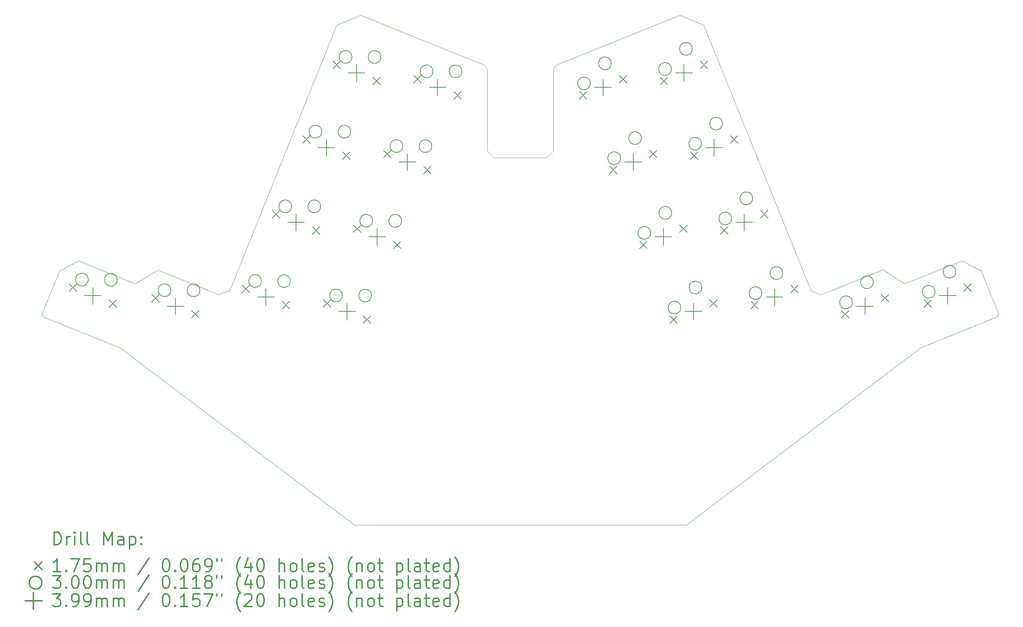
<source format=gbr>
%FSLAX45Y45*%
G04 Gerber Fmt 4.5, Leading zero omitted, Abs format (unit mm)*
G04 Created by KiCad (PCBNEW (5.1.4)-1) date 2023-05-25 13:23:47*
%MOMM*%
%LPD*%
G04 APERTURE LIST*
%ADD10C,0.050000*%
%ADD11C,0.200000*%
%ADD12C,0.300000*%
G04 APERTURE END LIST*
D10*
X7133000Y-2737000D02*
X5699000Y-2158000D01*
X5162000Y-2479000D02*
X3825000Y-1940000D01*
X22809000Y-2155000D02*
X21341000Y-2748000D01*
X24672000Y-1938000D02*
X23319000Y-2484000D01*
X11799482Y3317911D02*
X13402500Y2670000D01*
X14150000Y-8170000D02*
X14350000Y-8170000D01*
X14210000Y490000D02*
X14290000Y490000D01*
X15031587Y2580000D02*
X15097500Y2670000D01*
X14870000Y490000D02*
X15030000Y650000D01*
X14870000Y490000D02*
X14290000Y490000D01*
X15031587Y2580000D02*
X15030000Y650000D01*
X18160919Y-8171638D02*
X14350000Y-8170000D01*
X25506768Y-3262360D02*
X23698759Y-3992842D01*
X25534396Y-3197270D02*
X25506768Y-3262360D01*
X16700518Y3317911D02*
X15097500Y2670000D01*
X18160919Y-8171638D02*
X23698759Y-3992842D01*
X16700518Y3317911D02*
X18020000Y3850000D01*
X25534396Y-3197270D02*
X25122329Y-2177368D01*
X2965603Y-3197270D02*
X3377671Y-2177368D01*
X5162000Y-2479000D02*
X5699000Y-2158000D01*
X3825000Y-1940000D02*
X3377671Y-2177368D01*
X11799482Y3317911D02*
X10480000Y3850000D01*
X13630000Y490000D02*
X13470000Y650000D01*
X2993232Y-3262360D02*
X4801241Y-3992842D01*
X7390000Y-2640000D02*
X9920000Y3610000D01*
X10339081Y-8171638D02*
X4801241Y-3992842D01*
X7390000Y-2640000D02*
X7133000Y-2737000D01*
X13630000Y490000D02*
X14210000Y490000D01*
X2965603Y-3197270D02*
X2993232Y-3262360D01*
X21110000Y-2640000D02*
X21341000Y-2748000D01*
X9920000Y3610000D02*
X10480000Y3850000D01*
X13468413Y2580000D02*
X13470000Y650000D01*
X10339081Y-8171638D02*
X14150000Y-8170000D01*
X13468413Y2580000D02*
X13402500Y2670000D01*
X18580000Y3610000D02*
X18020000Y3850000D01*
X21110000Y-2640000D02*
X18580000Y3610000D01*
X23319000Y-2484000D02*
X22809000Y-2155000D01*
X24672000Y-1938000D02*
X25122329Y-2177368D01*
D11*
X23776647Y-2867840D02*
X23951647Y-3042840D01*
X23951647Y-2867840D02*
X23776647Y-3042840D01*
X24718666Y-2487240D02*
X24893666Y-2662240D01*
X24893666Y-2487240D02*
X24718666Y-2662240D01*
X11739852Y2423851D02*
X11914852Y2248851D01*
X11914852Y2423851D02*
X11739852Y2248851D01*
X12681871Y2043251D02*
X12856871Y1868251D01*
X12856871Y2043251D02*
X12681871Y1868251D01*
X10316347Y-1099448D02*
X10491347Y-1274448D01*
X10491347Y-1099448D02*
X10316347Y-1274448D01*
X11258366Y-1480048D02*
X11433366Y-1655048D01*
X11433366Y-1480048D02*
X11258366Y-1655048D01*
X7693102Y-2520218D02*
X7868102Y-2695218D01*
X7868102Y-2520218D02*
X7693102Y-2695218D01*
X8635121Y-2900818D02*
X8810121Y-3075818D01*
X8810121Y-2900818D02*
X8635121Y-3075818D01*
X17779946Y-3241448D02*
X17954946Y-3416448D01*
X17954946Y-3241448D02*
X17779946Y-3416448D01*
X18721965Y-2860848D02*
X18896965Y-3035848D01*
X18896965Y-2860848D02*
X18721965Y-3035848D01*
X19691438Y-2900569D02*
X19866438Y-3075569D01*
X19866438Y-2900569D02*
X19691438Y-3075569D01*
X20633457Y-2519969D02*
X20808457Y-2694969D01*
X20808457Y-2519969D02*
X20633457Y-2694969D01*
X21827694Y-3116001D02*
X22002694Y-3291001D01*
X22002694Y-3116001D02*
X21827694Y-3291001D01*
X22769713Y-2735401D02*
X22944713Y-2910401D01*
X22944713Y-2735401D02*
X22769713Y-2910401D01*
X17068194Y-1479799D02*
X17243194Y-1654799D01*
X17243194Y-1479799D02*
X17068194Y-1654799D01*
X18010213Y-1099199D02*
X18185213Y-1274199D01*
X18185213Y-1099199D02*
X18010213Y-1274199D01*
X11028099Y662202D02*
X11203099Y487202D01*
X11203099Y662202D02*
X11028099Y487202D01*
X11970118Y281602D02*
X12145118Y106602D01*
X12145118Y281602D02*
X11970118Y106602D01*
X9604594Y-2861097D02*
X9779594Y-3036097D01*
X9779594Y-2861097D02*
X9604594Y-3036097D01*
X10546613Y-3241697D02*
X10721613Y-3416697D01*
X10721613Y-3241697D02*
X10546613Y-3416697D01*
X17556181Y2384378D02*
X17731181Y2209378D01*
X17731181Y2384378D02*
X17556181Y2209378D01*
X18498200Y2764979D02*
X18673200Y2589979D01*
X18673200Y2764979D02*
X18498200Y2589979D01*
X15644689Y2043499D02*
X15819689Y1868499D01*
X15819689Y2043499D02*
X15644689Y1868499D01*
X16586708Y2424100D02*
X16761708Y2249100D01*
X16761708Y2424100D02*
X16586708Y2249100D01*
X16356441Y281850D02*
X16531441Y106850D01*
X16531441Y281850D02*
X16356441Y106850D01*
X17298460Y662450D02*
X17473460Y487450D01*
X17473460Y662450D02*
X17298460Y487450D01*
X8404855Y-758568D02*
X8579855Y-933568D01*
X8579855Y-758568D02*
X8404855Y-933568D01*
X9346874Y-1139169D02*
X9521874Y-1314169D01*
X9521874Y-1139169D02*
X9346874Y-1314169D01*
X18979686Y-1138920D02*
X19154686Y-1313920D01*
X19154686Y-1138920D02*
X18979686Y-1313920D01*
X19921705Y-758320D02*
X20096705Y-933320D01*
X20096705Y-758320D02*
X19921705Y-933320D01*
X3607894Y-2487489D02*
X3782894Y-2662489D01*
X3782894Y-2487489D02*
X3607894Y-2662489D01*
X4549913Y-2868089D02*
X4724913Y-3043089D01*
X4724913Y-2868089D02*
X4549913Y-3043089D01*
X9828360Y2764730D02*
X10003360Y2589730D01*
X10003360Y2764730D02*
X9828360Y2589730D01*
X10770379Y2384130D02*
X10945379Y2209130D01*
X10945379Y2384130D02*
X10770379Y2209130D01*
X18267933Y622729D02*
X18442933Y447729D01*
X18442933Y622729D02*
X18267933Y447729D01*
X19209952Y1003329D02*
X19384952Y828329D01*
X19384952Y1003329D02*
X19209952Y828329D01*
X5556846Y-2735649D02*
X5731846Y-2910649D01*
X5731846Y-2735649D02*
X5556846Y-2910649D01*
X6498865Y-3116249D02*
X6673865Y-3291249D01*
X6673865Y-3116249D02*
X6498865Y-3291249D01*
X9116607Y1003081D02*
X9291607Y828081D01*
X9291607Y1003081D02*
X9116607Y828081D01*
X10058626Y622481D02*
X10233626Y447481D01*
X10233626Y622481D02*
X10058626Y447481D01*
X24036749Y-2672261D02*
G75*
G03X24036749Y-2672261I-150000J0D01*
G01*
X24530361Y-2198881D02*
G75*
G03X24530361Y-2198881I-150000J0D01*
G01*
X12190254Y2524281D02*
G75*
G03X12190254Y2524281I-150000J0D01*
G01*
X12874166Y2521910D02*
G75*
G03X12874166Y2521910I-150000J0D01*
G01*
X10766749Y-999018D02*
G75*
G03X10766749Y-999018I-150000J0D01*
G01*
X11450661Y-1001388D02*
G75*
G03X11450661Y-1001388I-150000J0D01*
G01*
X8143505Y-2419788D02*
G75*
G03X8143505Y-2419788I-150000J0D01*
G01*
X8827417Y-2422159D02*
G75*
G03X8827417Y-2422159I-150000J0D01*
G01*
X18040049Y-3045869D02*
G75*
G03X18040049Y-3045869I-150000J0D01*
G01*
X18533660Y-2572489D02*
G75*
G03X18533660Y-2572489I-150000J0D01*
G01*
X19951541Y-2704990D02*
G75*
G03X19951541Y-2704990I-150000J0D01*
G01*
X20445152Y-2231610D02*
G75*
G03X20445152Y-2231610I-150000J0D01*
G01*
X22087797Y-2920421D02*
G75*
G03X22087797Y-2920421I-150000J0D01*
G01*
X22581408Y-2447041D02*
G75*
G03X22581408Y-2447041I-150000J0D01*
G01*
X17328296Y-1284220D02*
G75*
G03X17328296Y-1284220I-150000J0D01*
G01*
X17821908Y-810840D02*
G75*
G03X17821908Y-810840I-150000J0D01*
G01*
X11478502Y762631D02*
G75*
G03X11478502Y762631I-150000J0D01*
G01*
X12162413Y760261D02*
G75*
G03X12162413Y760261I-150000J0D01*
G01*
X10054997Y-2760667D02*
G75*
G03X10054997Y-2760667I-150000J0D01*
G01*
X10738908Y-2763038D02*
G75*
G03X10738908Y-2763038I-150000J0D01*
G01*
X17816283Y2579958D02*
G75*
G03X17816283Y2579958I-150000J0D01*
G01*
X18309895Y3053338D02*
G75*
G03X18309895Y3053338I-150000J0D01*
G01*
X15904791Y2239079D02*
G75*
G03X15904791Y2239079I-150000J0D01*
G01*
X16398403Y2712459D02*
G75*
G03X16398403Y2712459I-150000J0D01*
G01*
X16616544Y477430D02*
G75*
G03X16616544Y477430I-150000J0D01*
G01*
X17110155Y950810D02*
G75*
G03X17110155Y950810I-150000J0D01*
G01*
X8855257Y-658139D02*
G75*
G03X8855257Y-658139I-150000J0D01*
G01*
X9539169Y-660509D02*
G75*
G03X9539169Y-660509I-150000J0D01*
G01*
X19239788Y-943340D02*
G75*
G03X19239788Y-943340I-150000J0D01*
G01*
X19733400Y-469961D02*
G75*
G03X19733400Y-469961I-150000J0D01*
G01*
X4058296Y-2387059D02*
G75*
G03X4058296Y-2387059I-150000J0D01*
G01*
X4742208Y-2389429D02*
G75*
G03X4742208Y-2389429I-150000J0D01*
G01*
X10278762Y2865160D02*
G75*
G03X10278762Y2865160I-150000J0D01*
G01*
X10962674Y2862789D02*
G75*
G03X10962674Y2862789I-150000J0D01*
G01*
X18528036Y818309D02*
G75*
G03X18528036Y818309I-150000J0D01*
G01*
X19021647Y1291689D02*
G75*
G03X19021647Y1291689I-150000J0D01*
G01*
X6007249Y-2635219D02*
G75*
G03X6007249Y-2635219I-150000J0D01*
G01*
X6691161Y-2637590D02*
G75*
G03X6691161Y-2637590I-150000J0D01*
G01*
X9567010Y1103511D02*
G75*
G03X9567010Y1103511I-150000J0D01*
G01*
X10250922Y1101140D02*
G75*
G03X10250922Y1101140I-150000J0D01*
G01*
X12298361Y2345441D02*
X12298361Y1946661D01*
X12098971Y2146051D02*
X12497751Y2146051D01*
X10874856Y-1177858D02*
X10874856Y-1576638D01*
X10675466Y-1377248D02*
X11074246Y-1377248D01*
X8251612Y-2598628D02*
X8251612Y-2997408D01*
X8052222Y-2798018D02*
X8451002Y-2798018D01*
X18338456Y-2939258D02*
X18338456Y-3338038D01*
X18139066Y-3138648D02*
X18537846Y-3138648D01*
X20249948Y-2598379D02*
X20249948Y-2997159D01*
X20050558Y-2797769D02*
X20449338Y-2797769D01*
X22386204Y-2813811D02*
X22386204Y-3212591D01*
X22186814Y-3013201D02*
X22585594Y-3013201D01*
X17626703Y-1177609D02*
X17626703Y-1576389D01*
X17427313Y-1376999D02*
X17826093Y-1376999D01*
X11586609Y583792D02*
X11586609Y185012D01*
X11387219Y384402D02*
X11785999Y384402D01*
X10163104Y-2939507D02*
X10163104Y-3338287D01*
X9963714Y-3138897D02*
X10362494Y-3138897D01*
X18114690Y2686569D02*
X18114690Y2287789D01*
X17915300Y2487179D02*
X18314080Y2487179D01*
X16203198Y2345690D02*
X16203198Y1946910D01*
X16003808Y2146300D02*
X16402588Y2146300D01*
X16914951Y584040D02*
X16914951Y185260D01*
X16715561Y384650D02*
X17114341Y384650D01*
X8963364Y-836979D02*
X8963364Y-1235759D01*
X8763974Y-1036369D02*
X9162754Y-1036369D01*
X19538195Y-836730D02*
X19538195Y-1235510D01*
X19338805Y-1036120D02*
X19737585Y-1036120D01*
X4166403Y-2565899D02*
X4166403Y-2964679D01*
X3967013Y-2765289D02*
X4365793Y-2765289D01*
X10386869Y2686320D02*
X10386869Y2287540D01*
X10187479Y2486930D02*
X10586259Y2486930D01*
X18826443Y924919D02*
X18826443Y526139D01*
X18627053Y725529D02*
X19025833Y725529D01*
X6115356Y-2814059D02*
X6115356Y-3212839D01*
X5915966Y-3013449D02*
X6314746Y-3013449D01*
X9675117Y924671D02*
X9675117Y525891D01*
X9475727Y725281D02*
X9874507Y725281D01*
X24335156Y-2565650D02*
X24335156Y-2964430D01*
X24135766Y-2765040D02*
X24534546Y-2765040D01*
D12*
X3249532Y-8639852D02*
X3249532Y-8339852D01*
X3320960Y-8339852D01*
X3363818Y-8354138D01*
X3392389Y-8382709D01*
X3406675Y-8411281D01*
X3420960Y-8468424D01*
X3420960Y-8511281D01*
X3406675Y-8568424D01*
X3392389Y-8596995D01*
X3363818Y-8625566D01*
X3320960Y-8639852D01*
X3249532Y-8639852D01*
X3549532Y-8639852D02*
X3549532Y-8439852D01*
X3549532Y-8496995D02*
X3563818Y-8468424D01*
X3578103Y-8454138D01*
X3606675Y-8439852D01*
X3635246Y-8439852D01*
X3735246Y-8639852D02*
X3735246Y-8439852D01*
X3735246Y-8339852D02*
X3720960Y-8354138D01*
X3735246Y-8368423D01*
X3749532Y-8354138D01*
X3735246Y-8339852D01*
X3735246Y-8368423D01*
X3920960Y-8639852D02*
X3892389Y-8625566D01*
X3878103Y-8596995D01*
X3878103Y-8339852D01*
X4078103Y-8639852D02*
X4049532Y-8625566D01*
X4035246Y-8596995D01*
X4035246Y-8339852D01*
X4420961Y-8639852D02*
X4420961Y-8339852D01*
X4520961Y-8554138D01*
X4620961Y-8339852D01*
X4620961Y-8639852D01*
X4892389Y-8639852D02*
X4892389Y-8482709D01*
X4878103Y-8454138D01*
X4849532Y-8439852D01*
X4792389Y-8439852D01*
X4763818Y-8454138D01*
X4892389Y-8625566D02*
X4863818Y-8639852D01*
X4792389Y-8639852D01*
X4763818Y-8625566D01*
X4749532Y-8596995D01*
X4749532Y-8568424D01*
X4763818Y-8539852D01*
X4792389Y-8525566D01*
X4863818Y-8525566D01*
X4892389Y-8511281D01*
X5035246Y-8439852D02*
X5035246Y-8739852D01*
X5035246Y-8454138D02*
X5063818Y-8439852D01*
X5120961Y-8439852D01*
X5149532Y-8454138D01*
X5163818Y-8468424D01*
X5178103Y-8496995D01*
X5178103Y-8582709D01*
X5163818Y-8611281D01*
X5149532Y-8625566D01*
X5120961Y-8639852D01*
X5063818Y-8639852D01*
X5035246Y-8625566D01*
X5306675Y-8611281D02*
X5320961Y-8625566D01*
X5306675Y-8639852D01*
X5292389Y-8625566D01*
X5306675Y-8611281D01*
X5306675Y-8639852D01*
X5306675Y-8454138D02*
X5320961Y-8468424D01*
X5306675Y-8482709D01*
X5292389Y-8468424D01*
X5306675Y-8454138D01*
X5306675Y-8482709D01*
X2788103Y-9046638D02*
X2963103Y-9221638D01*
X2963103Y-9046638D02*
X2788103Y-9221638D01*
X3406675Y-9269852D02*
X3235246Y-9269852D01*
X3320960Y-9269852D02*
X3320960Y-8969852D01*
X3292389Y-9012709D01*
X3263818Y-9041281D01*
X3235246Y-9055566D01*
X3535246Y-9241281D02*
X3549532Y-9255566D01*
X3535246Y-9269852D01*
X3520960Y-9255566D01*
X3535246Y-9241281D01*
X3535246Y-9269852D01*
X3649532Y-8969852D02*
X3849532Y-8969852D01*
X3720960Y-9269852D01*
X4106675Y-8969852D02*
X3963818Y-8969852D01*
X3949532Y-9112709D01*
X3963818Y-9098424D01*
X3992389Y-9084138D01*
X4063818Y-9084138D01*
X4092389Y-9098424D01*
X4106675Y-9112709D01*
X4120960Y-9141281D01*
X4120960Y-9212709D01*
X4106675Y-9241281D01*
X4092389Y-9255566D01*
X4063818Y-9269852D01*
X3992389Y-9269852D01*
X3963818Y-9255566D01*
X3949532Y-9241281D01*
X4249532Y-9269852D02*
X4249532Y-9069852D01*
X4249532Y-9098424D02*
X4263818Y-9084138D01*
X4292389Y-9069852D01*
X4335246Y-9069852D01*
X4363818Y-9084138D01*
X4378103Y-9112709D01*
X4378103Y-9269852D01*
X4378103Y-9112709D02*
X4392389Y-9084138D01*
X4420961Y-9069852D01*
X4463818Y-9069852D01*
X4492389Y-9084138D01*
X4506675Y-9112709D01*
X4506675Y-9269852D01*
X4649532Y-9269852D02*
X4649532Y-9069852D01*
X4649532Y-9098424D02*
X4663818Y-9084138D01*
X4692389Y-9069852D01*
X4735246Y-9069852D01*
X4763818Y-9084138D01*
X4778103Y-9112709D01*
X4778103Y-9269852D01*
X4778103Y-9112709D02*
X4792389Y-9084138D01*
X4820961Y-9069852D01*
X4863818Y-9069852D01*
X4892389Y-9084138D01*
X4906675Y-9112709D01*
X4906675Y-9269852D01*
X5492389Y-8955566D02*
X5235246Y-9341281D01*
X5878103Y-8969852D02*
X5906675Y-8969852D01*
X5935246Y-8984138D01*
X5949532Y-8998424D01*
X5963818Y-9026995D01*
X5978103Y-9084138D01*
X5978103Y-9155566D01*
X5963818Y-9212709D01*
X5949532Y-9241281D01*
X5935246Y-9255566D01*
X5906675Y-9269852D01*
X5878103Y-9269852D01*
X5849532Y-9255566D01*
X5835246Y-9241281D01*
X5820960Y-9212709D01*
X5806675Y-9155566D01*
X5806675Y-9084138D01*
X5820960Y-9026995D01*
X5835246Y-8998424D01*
X5849532Y-8984138D01*
X5878103Y-8969852D01*
X6106675Y-9241281D02*
X6120960Y-9255566D01*
X6106675Y-9269852D01*
X6092389Y-9255566D01*
X6106675Y-9241281D01*
X6106675Y-9269852D01*
X6306675Y-8969852D02*
X6335246Y-8969852D01*
X6363818Y-8984138D01*
X6378103Y-8998424D01*
X6392389Y-9026995D01*
X6406675Y-9084138D01*
X6406675Y-9155566D01*
X6392389Y-9212709D01*
X6378103Y-9241281D01*
X6363818Y-9255566D01*
X6335246Y-9269852D01*
X6306675Y-9269852D01*
X6278103Y-9255566D01*
X6263818Y-9241281D01*
X6249532Y-9212709D01*
X6235246Y-9155566D01*
X6235246Y-9084138D01*
X6249532Y-9026995D01*
X6263818Y-8998424D01*
X6278103Y-8984138D01*
X6306675Y-8969852D01*
X6663818Y-8969852D02*
X6606675Y-8969852D01*
X6578103Y-8984138D01*
X6563818Y-8998424D01*
X6535246Y-9041281D01*
X6520960Y-9098424D01*
X6520960Y-9212709D01*
X6535246Y-9241281D01*
X6549532Y-9255566D01*
X6578103Y-9269852D01*
X6635246Y-9269852D01*
X6663818Y-9255566D01*
X6678103Y-9241281D01*
X6692389Y-9212709D01*
X6692389Y-9141281D01*
X6678103Y-9112709D01*
X6663818Y-9098424D01*
X6635246Y-9084138D01*
X6578103Y-9084138D01*
X6549532Y-9098424D01*
X6535246Y-9112709D01*
X6520960Y-9141281D01*
X6835246Y-9269852D02*
X6892389Y-9269852D01*
X6920960Y-9255566D01*
X6935246Y-9241281D01*
X6963818Y-9198424D01*
X6978103Y-9141281D01*
X6978103Y-9026995D01*
X6963818Y-8998424D01*
X6949532Y-8984138D01*
X6920960Y-8969852D01*
X6863818Y-8969852D01*
X6835246Y-8984138D01*
X6820960Y-8998424D01*
X6806675Y-9026995D01*
X6806675Y-9098424D01*
X6820960Y-9126995D01*
X6835246Y-9141281D01*
X6863818Y-9155566D01*
X6920960Y-9155566D01*
X6949532Y-9141281D01*
X6963818Y-9126995D01*
X6978103Y-9098424D01*
X7092389Y-8969852D02*
X7092389Y-9026995D01*
X7206675Y-8969852D02*
X7206675Y-9026995D01*
X7649532Y-9384138D02*
X7635246Y-9369852D01*
X7606675Y-9326995D01*
X7592389Y-9298424D01*
X7578103Y-9255566D01*
X7563818Y-9184138D01*
X7563818Y-9126995D01*
X7578103Y-9055566D01*
X7592389Y-9012709D01*
X7606675Y-8984138D01*
X7635246Y-8941281D01*
X7649532Y-8926995D01*
X7892389Y-9069852D02*
X7892389Y-9269852D01*
X7820960Y-8955566D02*
X7749532Y-9169852D01*
X7935246Y-9169852D01*
X8106675Y-8969852D02*
X8135246Y-8969852D01*
X8163818Y-8984138D01*
X8178103Y-8998424D01*
X8192389Y-9026995D01*
X8206675Y-9084138D01*
X8206675Y-9155566D01*
X8192389Y-9212709D01*
X8178103Y-9241281D01*
X8163818Y-9255566D01*
X8135246Y-9269852D01*
X8106675Y-9269852D01*
X8078103Y-9255566D01*
X8063818Y-9241281D01*
X8049532Y-9212709D01*
X8035246Y-9155566D01*
X8035246Y-9084138D01*
X8049532Y-9026995D01*
X8063818Y-8998424D01*
X8078103Y-8984138D01*
X8106675Y-8969852D01*
X8563818Y-9269852D02*
X8563818Y-8969852D01*
X8692389Y-9269852D02*
X8692389Y-9112709D01*
X8678103Y-9084138D01*
X8649532Y-9069852D01*
X8606675Y-9069852D01*
X8578103Y-9084138D01*
X8563818Y-9098424D01*
X8878103Y-9269852D02*
X8849532Y-9255566D01*
X8835246Y-9241281D01*
X8820961Y-9212709D01*
X8820961Y-9126995D01*
X8835246Y-9098424D01*
X8849532Y-9084138D01*
X8878103Y-9069852D01*
X8920961Y-9069852D01*
X8949532Y-9084138D01*
X8963818Y-9098424D01*
X8978103Y-9126995D01*
X8978103Y-9212709D01*
X8963818Y-9241281D01*
X8949532Y-9255566D01*
X8920961Y-9269852D01*
X8878103Y-9269852D01*
X9149532Y-9269852D02*
X9120961Y-9255566D01*
X9106675Y-9226995D01*
X9106675Y-8969852D01*
X9378103Y-9255566D02*
X9349532Y-9269852D01*
X9292389Y-9269852D01*
X9263818Y-9255566D01*
X9249532Y-9226995D01*
X9249532Y-9112709D01*
X9263818Y-9084138D01*
X9292389Y-9069852D01*
X9349532Y-9069852D01*
X9378103Y-9084138D01*
X9392389Y-9112709D01*
X9392389Y-9141281D01*
X9249532Y-9169852D01*
X9506675Y-9255566D02*
X9535246Y-9269852D01*
X9592389Y-9269852D01*
X9620961Y-9255566D01*
X9635246Y-9226995D01*
X9635246Y-9212709D01*
X9620961Y-9184138D01*
X9592389Y-9169852D01*
X9549532Y-9169852D01*
X9520961Y-9155566D01*
X9506675Y-9126995D01*
X9506675Y-9112709D01*
X9520961Y-9084138D01*
X9549532Y-9069852D01*
X9592389Y-9069852D01*
X9620961Y-9084138D01*
X9735246Y-9384138D02*
X9749532Y-9369852D01*
X9778103Y-9326995D01*
X9792389Y-9298424D01*
X9806675Y-9255566D01*
X9820961Y-9184138D01*
X9820961Y-9126995D01*
X9806675Y-9055566D01*
X9792389Y-9012709D01*
X9778103Y-8984138D01*
X9749532Y-8941281D01*
X9735246Y-8926995D01*
X10278103Y-9384138D02*
X10263818Y-9369852D01*
X10235246Y-9326995D01*
X10220961Y-9298424D01*
X10206675Y-9255566D01*
X10192389Y-9184138D01*
X10192389Y-9126995D01*
X10206675Y-9055566D01*
X10220961Y-9012709D01*
X10235246Y-8984138D01*
X10263818Y-8941281D01*
X10278103Y-8926995D01*
X10392389Y-9069852D02*
X10392389Y-9269852D01*
X10392389Y-9098424D02*
X10406675Y-9084138D01*
X10435246Y-9069852D01*
X10478103Y-9069852D01*
X10506675Y-9084138D01*
X10520961Y-9112709D01*
X10520961Y-9269852D01*
X10706675Y-9269852D02*
X10678103Y-9255566D01*
X10663818Y-9241281D01*
X10649532Y-9212709D01*
X10649532Y-9126995D01*
X10663818Y-9098424D01*
X10678103Y-9084138D01*
X10706675Y-9069852D01*
X10749532Y-9069852D01*
X10778103Y-9084138D01*
X10792389Y-9098424D01*
X10806675Y-9126995D01*
X10806675Y-9212709D01*
X10792389Y-9241281D01*
X10778103Y-9255566D01*
X10749532Y-9269852D01*
X10706675Y-9269852D01*
X10892389Y-9069852D02*
X11006675Y-9069852D01*
X10935246Y-8969852D02*
X10935246Y-9226995D01*
X10949532Y-9255566D01*
X10978103Y-9269852D01*
X11006675Y-9269852D01*
X11335246Y-9069852D02*
X11335246Y-9369852D01*
X11335246Y-9084138D02*
X11363818Y-9069852D01*
X11420960Y-9069852D01*
X11449532Y-9084138D01*
X11463818Y-9098424D01*
X11478103Y-9126995D01*
X11478103Y-9212709D01*
X11463818Y-9241281D01*
X11449532Y-9255566D01*
X11420960Y-9269852D01*
X11363818Y-9269852D01*
X11335246Y-9255566D01*
X11649532Y-9269852D02*
X11620960Y-9255566D01*
X11606675Y-9226995D01*
X11606675Y-8969852D01*
X11892389Y-9269852D02*
X11892389Y-9112709D01*
X11878103Y-9084138D01*
X11849532Y-9069852D01*
X11792389Y-9069852D01*
X11763818Y-9084138D01*
X11892389Y-9255566D02*
X11863818Y-9269852D01*
X11792389Y-9269852D01*
X11763818Y-9255566D01*
X11749532Y-9226995D01*
X11749532Y-9198424D01*
X11763818Y-9169852D01*
X11792389Y-9155566D01*
X11863818Y-9155566D01*
X11892389Y-9141281D01*
X11992389Y-9069852D02*
X12106675Y-9069852D01*
X12035246Y-8969852D02*
X12035246Y-9226995D01*
X12049532Y-9255566D01*
X12078103Y-9269852D01*
X12106675Y-9269852D01*
X12320960Y-9255566D02*
X12292389Y-9269852D01*
X12235246Y-9269852D01*
X12206675Y-9255566D01*
X12192389Y-9226995D01*
X12192389Y-9112709D01*
X12206675Y-9084138D01*
X12235246Y-9069852D01*
X12292389Y-9069852D01*
X12320960Y-9084138D01*
X12335246Y-9112709D01*
X12335246Y-9141281D01*
X12192389Y-9169852D01*
X12592389Y-9269852D02*
X12592389Y-8969852D01*
X12592389Y-9255566D02*
X12563818Y-9269852D01*
X12506675Y-9269852D01*
X12478103Y-9255566D01*
X12463818Y-9241281D01*
X12449532Y-9212709D01*
X12449532Y-9126995D01*
X12463818Y-9098424D01*
X12478103Y-9084138D01*
X12506675Y-9069852D01*
X12563818Y-9069852D01*
X12592389Y-9084138D01*
X12706675Y-9384138D02*
X12720960Y-9369852D01*
X12749532Y-9326995D01*
X12763818Y-9298424D01*
X12778103Y-9255566D01*
X12792389Y-9184138D01*
X12792389Y-9126995D01*
X12778103Y-9055566D01*
X12763818Y-9012709D01*
X12749532Y-8984138D01*
X12720960Y-8941281D01*
X12706675Y-8926995D01*
X2963103Y-9530138D02*
G75*
G03X2963103Y-9530138I-150000J0D01*
G01*
X3220960Y-9365852D02*
X3406675Y-9365852D01*
X3306675Y-9480138D01*
X3349532Y-9480138D01*
X3378103Y-9494424D01*
X3392389Y-9508709D01*
X3406675Y-9537281D01*
X3406675Y-9608709D01*
X3392389Y-9637281D01*
X3378103Y-9651566D01*
X3349532Y-9665852D01*
X3263818Y-9665852D01*
X3235246Y-9651566D01*
X3220960Y-9637281D01*
X3535246Y-9637281D02*
X3549532Y-9651566D01*
X3535246Y-9665852D01*
X3520960Y-9651566D01*
X3535246Y-9637281D01*
X3535246Y-9665852D01*
X3735246Y-9365852D02*
X3763818Y-9365852D01*
X3792389Y-9380138D01*
X3806675Y-9394424D01*
X3820960Y-9422995D01*
X3835246Y-9480138D01*
X3835246Y-9551566D01*
X3820960Y-9608709D01*
X3806675Y-9637281D01*
X3792389Y-9651566D01*
X3763818Y-9665852D01*
X3735246Y-9665852D01*
X3706675Y-9651566D01*
X3692389Y-9637281D01*
X3678103Y-9608709D01*
X3663818Y-9551566D01*
X3663818Y-9480138D01*
X3678103Y-9422995D01*
X3692389Y-9394424D01*
X3706675Y-9380138D01*
X3735246Y-9365852D01*
X4020960Y-9365852D02*
X4049532Y-9365852D01*
X4078103Y-9380138D01*
X4092389Y-9394424D01*
X4106675Y-9422995D01*
X4120960Y-9480138D01*
X4120960Y-9551566D01*
X4106675Y-9608709D01*
X4092389Y-9637281D01*
X4078103Y-9651566D01*
X4049532Y-9665852D01*
X4020960Y-9665852D01*
X3992389Y-9651566D01*
X3978103Y-9637281D01*
X3963818Y-9608709D01*
X3949532Y-9551566D01*
X3949532Y-9480138D01*
X3963818Y-9422995D01*
X3978103Y-9394424D01*
X3992389Y-9380138D01*
X4020960Y-9365852D01*
X4249532Y-9665852D02*
X4249532Y-9465852D01*
X4249532Y-9494424D02*
X4263818Y-9480138D01*
X4292389Y-9465852D01*
X4335246Y-9465852D01*
X4363818Y-9480138D01*
X4378103Y-9508709D01*
X4378103Y-9665852D01*
X4378103Y-9508709D02*
X4392389Y-9480138D01*
X4420961Y-9465852D01*
X4463818Y-9465852D01*
X4492389Y-9480138D01*
X4506675Y-9508709D01*
X4506675Y-9665852D01*
X4649532Y-9665852D02*
X4649532Y-9465852D01*
X4649532Y-9494424D02*
X4663818Y-9480138D01*
X4692389Y-9465852D01*
X4735246Y-9465852D01*
X4763818Y-9480138D01*
X4778103Y-9508709D01*
X4778103Y-9665852D01*
X4778103Y-9508709D02*
X4792389Y-9480138D01*
X4820961Y-9465852D01*
X4863818Y-9465852D01*
X4892389Y-9480138D01*
X4906675Y-9508709D01*
X4906675Y-9665852D01*
X5492389Y-9351566D02*
X5235246Y-9737281D01*
X5878103Y-9365852D02*
X5906675Y-9365852D01*
X5935246Y-9380138D01*
X5949532Y-9394424D01*
X5963818Y-9422995D01*
X5978103Y-9480138D01*
X5978103Y-9551566D01*
X5963818Y-9608709D01*
X5949532Y-9637281D01*
X5935246Y-9651566D01*
X5906675Y-9665852D01*
X5878103Y-9665852D01*
X5849532Y-9651566D01*
X5835246Y-9637281D01*
X5820960Y-9608709D01*
X5806675Y-9551566D01*
X5806675Y-9480138D01*
X5820960Y-9422995D01*
X5835246Y-9394424D01*
X5849532Y-9380138D01*
X5878103Y-9365852D01*
X6106675Y-9637281D02*
X6120960Y-9651566D01*
X6106675Y-9665852D01*
X6092389Y-9651566D01*
X6106675Y-9637281D01*
X6106675Y-9665852D01*
X6406675Y-9665852D02*
X6235246Y-9665852D01*
X6320960Y-9665852D02*
X6320960Y-9365852D01*
X6292389Y-9408709D01*
X6263818Y-9437281D01*
X6235246Y-9451566D01*
X6692389Y-9665852D02*
X6520960Y-9665852D01*
X6606675Y-9665852D02*
X6606675Y-9365852D01*
X6578103Y-9408709D01*
X6549532Y-9437281D01*
X6520960Y-9451566D01*
X6863818Y-9494424D02*
X6835246Y-9480138D01*
X6820960Y-9465852D01*
X6806675Y-9437281D01*
X6806675Y-9422995D01*
X6820960Y-9394424D01*
X6835246Y-9380138D01*
X6863818Y-9365852D01*
X6920960Y-9365852D01*
X6949532Y-9380138D01*
X6963818Y-9394424D01*
X6978103Y-9422995D01*
X6978103Y-9437281D01*
X6963818Y-9465852D01*
X6949532Y-9480138D01*
X6920960Y-9494424D01*
X6863818Y-9494424D01*
X6835246Y-9508709D01*
X6820960Y-9522995D01*
X6806675Y-9551566D01*
X6806675Y-9608709D01*
X6820960Y-9637281D01*
X6835246Y-9651566D01*
X6863818Y-9665852D01*
X6920960Y-9665852D01*
X6949532Y-9651566D01*
X6963818Y-9637281D01*
X6978103Y-9608709D01*
X6978103Y-9551566D01*
X6963818Y-9522995D01*
X6949532Y-9508709D01*
X6920960Y-9494424D01*
X7092389Y-9365852D02*
X7092389Y-9422995D01*
X7206675Y-9365852D02*
X7206675Y-9422995D01*
X7649532Y-9780138D02*
X7635246Y-9765852D01*
X7606675Y-9722995D01*
X7592389Y-9694424D01*
X7578103Y-9651566D01*
X7563818Y-9580138D01*
X7563818Y-9522995D01*
X7578103Y-9451566D01*
X7592389Y-9408709D01*
X7606675Y-9380138D01*
X7635246Y-9337281D01*
X7649532Y-9322995D01*
X7892389Y-9465852D02*
X7892389Y-9665852D01*
X7820960Y-9351566D02*
X7749532Y-9565852D01*
X7935246Y-9565852D01*
X8106675Y-9365852D02*
X8135246Y-9365852D01*
X8163818Y-9380138D01*
X8178103Y-9394424D01*
X8192389Y-9422995D01*
X8206675Y-9480138D01*
X8206675Y-9551566D01*
X8192389Y-9608709D01*
X8178103Y-9637281D01*
X8163818Y-9651566D01*
X8135246Y-9665852D01*
X8106675Y-9665852D01*
X8078103Y-9651566D01*
X8063818Y-9637281D01*
X8049532Y-9608709D01*
X8035246Y-9551566D01*
X8035246Y-9480138D01*
X8049532Y-9422995D01*
X8063818Y-9394424D01*
X8078103Y-9380138D01*
X8106675Y-9365852D01*
X8563818Y-9665852D02*
X8563818Y-9365852D01*
X8692389Y-9665852D02*
X8692389Y-9508709D01*
X8678103Y-9480138D01*
X8649532Y-9465852D01*
X8606675Y-9465852D01*
X8578103Y-9480138D01*
X8563818Y-9494424D01*
X8878103Y-9665852D02*
X8849532Y-9651566D01*
X8835246Y-9637281D01*
X8820961Y-9608709D01*
X8820961Y-9522995D01*
X8835246Y-9494424D01*
X8849532Y-9480138D01*
X8878103Y-9465852D01*
X8920961Y-9465852D01*
X8949532Y-9480138D01*
X8963818Y-9494424D01*
X8978103Y-9522995D01*
X8978103Y-9608709D01*
X8963818Y-9637281D01*
X8949532Y-9651566D01*
X8920961Y-9665852D01*
X8878103Y-9665852D01*
X9149532Y-9665852D02*
X9120961Y-9651566D01*
X9106675Y-9622995D01*
X9106675Y-9365852D01*
X9378103Y-9651566D02*
X9349532Y-9665852D01*
X9292389Y-9665852D01*
X9263818Y-9651566D01*
X9249532Y-9622995D01*
X9249532Y-9508709D01*
X9263818Y-9480138D01*
X9292389Y-9465852D01*
X9349532Y-9465852D01*
X9378103Y-9480138D01*
X9392389Y-9508709D01*
X9392389Y-9537281D01*
X9249532Y-9565852D01*
X9506675Y-9651566D02*
X9535246Y-9665852D01*
X9592389Y-9665852D01*
X9620961Y-9651566D01*
X9635246Y-9622995D01*
X9635246Y-9608709D01*
X9620961Y-9580138D01*
X9592389Y-9565852D01*
X9549532Y-9565852D01*
X9520961Y-9551566D01*
X9506675Y-9522995D01*
X9506675Y-9508709D01*
X9520961Y-9480138D01*
X9549532Y-9465852D01*
X9592389Y-9465852D01*
X9620961Y-9480138D01*
X9735246Y-9780138D02*
X9749532Y-9765852D01*
X9778103Y-9722995D01*
X9792389Y-9694424D01*
X9806675Y-9651566D01*
X9820961Y-9580138D01*
X9820961Y-9522995D01*
X9806675Y-9451566D01*
X9792389Y-9408709D01*
X9778103Y-9380138D01*
X9749532Y-9337281D01*
X9735246Y-9322995D01*
X10278103Y-9780138D02*
X10263818Y-9765852D01*
X10235246Y-9722995D01*
X10220961Y-9694424D01*
X10206675Y-9651566D01*
X10192389Y-9580138D01*
X10192389Y-9522995D01*
X10206675Y-9451566D01*
X10220961Y-9408709D01*
X10235246Y-9380138D01*
X10263818Y-9337281D01*
X10278103Y-9322995D01*
X10392389Y-9465852D02*
X10392389Y-9665852D01*
X10392389Y-9494424D02*
X10406675Y-9480138D01*
X10435246Y-9465852D01*
X10478103Y-9465852D01*
X10506675Y-9480138D01*
X10520961Y-9508709D01*
X10520961Y-9665852D01*
X10706675Y-9665852D02*
X10678103Y-9651566D01*
X10663818Y-9637281D01*
X10649532Y-9608709D01*
X10649532Y-9522995D01*
X10663818Y-9494424D01*
X10678103Y-9480138D01*
X10706675Y-9465852D01*
X10749532Y-9465852D01*
X10778103Y-9480138D01*
X10792389Y-9494424D01*
X10806675Y-9522995D01*
X10806675Y-9608709D01*
X10792389Y-9637281D01*
X10778103Y-9651566D01*
X10749532Y-9665852D01*
X10706675Y-9665852D01*
X10892389Y-9465852D02*
X11006675Y-9465852D01*
X10935246Y-9365852D02*
X10935246Y-9622995D01*
X10949532Y-9651566D01*
X10978103Y-9665852D01*
X11006675Y-9665852D01*
X11335246Y-9465852D02*
X11335246Y-9765852D01*
X11335246Y-9480138D02*
X11363818Y-9465852D01*
X11420960Y-9465852D01*
X11449532Y-9480138D01*
X11463818Y-9494424D01*
X11478103Y-9522995D01*
X11478103Y-9608709D01*
X11463818Y-9637281D01*
X11449532Y-9651566D01*
X11420960Y-9665852D01*
X11363818Y-9665852D01*
X11335246Y-9651566D01*
X11649532Y-9665852D02*
X11620960Y-9651566D01*
X11606675Y-9622995D01*
X11606675Y-9365852D01*
X11892389Y-9665852D02*
X11892389Y-9508709D01*
X11878103Y-9480138D01*
X11849532Y-9465852D01*
X11792389Y-9465852D01*
X11763818Y-9480138D01*
X11892389Y-9651566D02*
X11863818Y-9665852D01*
X11792389Y-9665852D01*
X11763818Y-9651566D01*
X11749532Y-9622995D01*
X11749532Y-9594424D01*
X11763818Y-9565852D01*
X11792389Y-9551566D01*
X11863818Y-9551566D01*
X11892389Y-9537281D01*
X11992389Y-9465852D02*
X12106675Y-9465852D01*
X12035246Y-9365852D02*
X12035246Y-9622995D01*
X12049532Y-9651566D01*
X12078103Y-9665852D01*
X12106675Y-9665852D01*
X12320960Y-9651566D02*
X12292389Y-9665852D01*
X12235246Y-9665852D01*
X12206675Y-9651566D01*
X12192389Y-9622995D01*
X12192389Y-9508709D01*
X12206675Y-9480138D01*
X12235246Y-9465852D01*
X12292389Y-9465852D01*
X12320960Y-9480138D01*
X12335246Y-9508709D01*
X12335246Y-9537281D01*
X12192389Y-9565852D01*
X12592389Y-9665852D02*
X12592389Y-9365852D01*
X12592389Y-9651566D02*
X12563818Y-9665852D01*
X12506675Y-9665852D01*
X12478103Y-9651566D01*
X12463818Y-9637281D01*
X12449532Y-9608709D01*
X12449532Y-9522995D01*
X12463818Y-9494424D01*
X12478103Y-9480138D01*
X12506675Y-9465852D01*
X12563818Y-9465852D01*
X12592389Y-9480138D01*
X12706675Y-9780138D02*
X12720960Y-9765852D01*
X12749532Y-9722995D01*
X12763818Y-9694424D01*
X12778103Y-9651566D01*
X12792389Y-9580138D01*
X12792389Y-9522995D01*
X12778103Y-9451566D01*
X12763818Y-9408709D01*
X12749532Y-9380138D01*
X12720960Y-9337281D01*
X12706675Y-9322995D01*
X2763713Y-9760748D02*
X2763713Y-10159528D01*
X2564323Y-9960138D02*
X2963103Y-9960138D01*
X3220960Y-9795852D02*
X3406675Y-9795852D01*
X3306675Y-9910138D01*
X3349532Y-9910138D01*
X3378103Y-9924424D01*
X3392389Y-9938709D01*
X3406675Y-9967281D01*
X3406675Y-10038709D01*
X3392389Y-10067281D01*
X3378103Y-10081566D01*
X3349532Y-10095852D01*
X3263818Y-10095852D01*
X3235246Y-10081566D01*
X3220960Y-10067281D01*
X3535246Y-10067281D02*
X3549532Y-10081566D01*
X3535246Y-10095852D01*
X3520960Y-10081566D01*
X3535246Y-10067281D01*
X3535246Y-10095852D01*
X3692389Y-10095852D02*
X3749532Y-10095852D01*
X3778103Y-10081566D01*
X3792389Y-10067281D01*
X3820960Y-10024424D01*
X3835246Y-9967281D01*
X3835246Y-9852995D01*
X3820960Y-9824424D01*
X3806675Y-9810138D01*
X3778103Y-9795852D01*
X3720960Y-9795852D01*
X3692389Y-9810138D01*
X3678103Y-9824424D01*
X3663818Y-9852995D01*
X3663818Y-9924424D01*
X3678103Y-9952995D01*
X3692389Y-9967281D01*
X3720960Y-9981566D01*
X3778103Y-9981566D01*
X3806675Y-9967281D01*
X3820960Y-9952995D01*
X3835246Y-9924424D01*
X3978103Y-10095852D02*
X4035246Y-10095852D01*
X4063818Y-10081566D01*
X4078103Y-10067281D01*
X4106675Y-10024424D01*
X4120960Y-9967281D01*
X4120960Y-9852995D01*
X4106675Y-9824424D01*
X4092389Y-9810138D01*
X4063818Y-9795852D01*
X4006675Y-9795852D01*
X3978103Y-9810138D01*
X3963818Y-9824424D01*
X3949532Y-9852995D01*
X3949532Y-9924424D01*
X3963818Y-9952995D01*
X3978103Y-9967281D01*
X4006675Y-9981566D01*
X4063818Y-9981566D01*
X4092389Y-9967281D01*
X4106675Y-9952995D01*
X4120960Y-9924424D01*
X4249532Y-10095852D02*
X4249532Y-9895852D01*
X4249532Y-9924424D02*
X4263818Y-9910138D01*
X4292389Y-9895852D01*
X4335246Y-9895852D01*
X4363818Y-9910138D01*
X4378103Y-9938709D01*
X4378103Y-10095852D01*
X4378103Y-9938709D02*
X4392389Y-9910138D01*
X4420961Y-9895852D01*
X4463818Y-9895852D01*
X4492389Y-9910138D01*
X4506675Y-9938709D01*
X4506675Y-10095852D01*
X4649532Y-10095852D02*
X4649532Y-9895852D01*
X4649532Y-9924424D02*
X4663818Y-9910138D01*
X4692389Y-9895852D01*
X4735246Y-9895852D01*
X4763818Y-9910138D01*
X4778103Y-9938709D01*
X4778103Y-10095852D01*
X4778103Y-9938709D02*
X4792389Y-9910138D01*
X4820961Y-9895852D01*
X4863818Y-9895852D01*
X4892389Y-9910138D01*
X4906675Y-9938709D01*
X4906675Y-10095852D01*
X5492389Y-9781566D02*
X5235246Y-10167281D01*
X5878103Y-9795852D02*
X5906675Y-9795852D01*
X5935246Y-9810138D01*
X5949532Y-9824424D01*
X5963818Y-9852995D01*
X5978103Y-9910138D01*
X5978103Y-9981566D01*
X5963818Y-10038709D01*
X5949532Y-10067281D01*
X5935246Y-10081566D01*
X5906675Y-10095852D01*
X5878103Y-10095852D01*
X5849532Y-10081566D01*
X5835246Y-10067281D01*
X5820960Y-10038709D01*
X5806675Y-9981566D01*
X5806675Y-9910138D01*
X5820960Y-9852995D01*
X5835246Y-9824424D01*
X5849532Y-9810138D01*
X5878103Y-9795852D01*
X6106675Y-10067281D02*
X6120960Y-10081566D01*
X6106675Y-10095852D01*
X6092389Y-10081566D01*
X6106675Y-10067281D01*
X6106675Y-10095852D01*
X6406675Y-10095852D02*
X6235246Y-10095852D01*
X6320960Y-10095852D02*
X6320960Y-9795852D01*
X6292389Y-9838709D01*
X6263818Y-9867281D01*
X6235246Y-9881566D01*
X6678103Y-9795852D02*
X6535246Y-9795852D01*
X6520960Y-9938709D01*
X6535246Y-9924424D01*
X6563818Y-9910138D01*
X6635246Y-9910138D01*
X6663818Y-9924424D01*
X6678103Y-9938709D01*
X6692389Y-9967281D01*
X6692389Y-10038709D01*
X6678103Y-10067281D01*
X6663818Y-10081566D01*
X6635246Y-10095852D01*
X6563818Y-10095852D01*
X6535246Y-10081566D01*
X6520960Y-10067281D01*
X6792389Y-9795852D02*
X6992389Y-9795852D01*
X6863818Y-10095852D01*
X7092389Y-9795852D02*
X7092389Y-9852995D01*
X7206675Y-9795852D02*
X7206675Y-9852995D01*
X7649532Y-10210138D02*
X7635246Y-10195852D01*
X7606675Y-10152995D01*
X7592389Y-10124424D01*
X7578103Y-10081566D01*
X7563818Y-10010138D01*
X7563818Y-9952995D01*
X7578103Y-9881566D01*
X7592389Y-9838709D01*
X7606675Y-9810138D01*
X7635246Y-9767281D01*
X7649532Y-9752995D01*
X7749532Y-9824424D02*
X7763818Y-9810138D01*
X7792389Y-9795852D01*
X7863818Y-9795852D01*
X7892389Y-9810138D01*
X7906675Y-9824424D01*
X7920960Y-9852995D01*
X7920960Y-9881566D01*
X7906675Y-9924424D01*
X7735246Y-10095852D01*
X7920960Y-10095852D01*
X8106675Y-9795852D02*
X8135246Y-9795852D01*
X8163818Y-9810138D01*
X8178103Y-9824424D01*
X8192389Y-9852995D01*
X8206675Y-9910138D01*
X8206675Y-9981566D01*
X8192389Y-10038709D01*
X8178103Y-10067281D01*
X8163818Y-10081566D01*
X8135246Y-10095852D01*
X8106675Y-10095852D01*
X8078103Y-10081566D01*
X8063818Y-10067281D01*
X8049532Y-10038709D01*
X8035246Y-9981566D01*
X8035246Y-9910138D01*
X8049532Y-9852995D01*
X8063818Y-9824424D01*
X8078103Y-9810138D01*
X8106675Y-9795852D01*
X8563818Y-10095852D02*
X8563818Y-9795852D01*
X8692389Y-10095852D02*
X8692389Y-9938709D01*
X8678103Y-9910138D01*
X8649532Y-9895852D01*
X8606675Y-9895852D01*
X8578103Y-9910138D01*
X8563818Y-9924424D01*
X8878103Y-10095852D02*
X8849532Y-10081566D01*
X8835246Y-10067281D01*
X8820961Y-10038709D01*
X8820961Y-9952995D01*
X8835246Y-9924424D01*
X8849532Y-9910138D01*
X8878103Y-9895852D01*
X8920961Y-9895852D01*
X8949532Y-9910138D01*
X8963818Y-9924424D01*
X8978103Y-9952995D01*
X8978103Y-10038709D01*
X8963818Y-10067281D01*
X8949532Y-10081566D01*
X8920961Y-10095852D01*
X8878103Y-10095852D01*
X9149532Y-10095852D02*
X9120961Y-10081566D01*
X9106675Y-10052995D01*
X9106675Y-9795852D01*
X9378103Y-10081566D02*
X9349532Y-10095852D01*
X9292389Y-10095852D01*
X9263818Y-10081566D01*
X9249532Y-10052995D01*
X9249532Y-9938709D01*
X9263818Y-9910138D01*
X9292389Y-9895852D01*
X9349532Y-9895852D01*
X9378103Y-9910138D01*
X9392389Y-9938709D01*
X9392389Y-9967281D01*
X9249532Y-9995852D01*
X9506675Y-10081566D02*
X9535246Y-10095852D01*
X9592389Y-10095852D01*
X9620961Y-10081566D01*
X9635246Y-10052995D01*
X9635246Y-10038709D01*
X9620961Y-10010138D01*
X9592389Y-9995852D01*
X9549532Y-9995852D01*
X9520961Y-9981566D01*
X9506675Y-9952995D01*
X9506675Y-9938709D01*
X9520961Y-9910138D01*
X9549532Y-9895852D01*
X9592389Y-9895852D01*
X9620961Y-9910138D01*
X9735246Y-10210138D02*
X9749532Y-10195852D01*
X9778103Y-10152995D01*
X9792389Y-10124424D01*
X9806675Y-10081566D01*
X9820961Y-10010138D01*
X9820961Y-9952995D01*
X9806675Y-9881566D01*
X9792389Y-9838709D01*
X9778103Y-9810138D01*
X9749532Y-9767281D01*
X9735246Y-9752995D01*
X10278103Y-10210138D02*
X10263818Y-10195852D01*
X10235246Y-10152995D01*
X10220961Y-10124424D01*
X10206675Y-10081566D01*
X10192389Y-10010138D01*
X10192389Y-9952995D01*
X10206675Y-9881566D01*
X10220961Y-9838709D01*
X10235246Y-9810138D01*
X10263818Y-9767281D01*
X10278103Y-9752995D01*
X10392389Y-9895852D02*
X10392389Y-10095852D01*
X10392389Y-9924424D02*
X10406675Y-9910138D01*
X10435246Y-9895852D01*
X10478103Y-9895852D01*
X10506675Y-9910138D01*
X10520961Y-9938709D01*
X10520961Y-10095852D01*
X10706675Y-10095852D02*
X10678103Y-10081566D01*
X10663818Y-10067281D01*
X10649532Y-10038709D01*
X10649532Y-9952995D01*
X10663818Y-9924424D01*
X10678103Y-9910138D01*
X10706675Y-9895852D01*
X10749532Y-9895852D01*
X10778103Y-9910138D01*
X10792389Y-9924424D01*
X10806675Y-9952995D01*
X10806675Y-10038709D01*
X10792389Y-10067281D01*
X10778103Y-10081566D01*
X10749532Y-10095852D01*
X10706675Y-10095852D01*
X10892389Y-9895852D02*
X11006675Y-9895852D01*
X10935246Y-9795852D02*
X10935246Y-10052995D01*
X10949532Y-10081566D01*
X10978103Y-10095852D01*
X11006675Y-10095852D01*
X11335246Y-9895852D02*
X11335246Y-10195852D01*
X11335246Y-9910138D02*
X11363818Y-9895852D01*
X11420960Y-9895852D01*
X11449532Y-9910138D01*
X11463818Y-9924424D01*
X11478103Y-9952995D01*
X11478103Y-10038709D01*
X11463818Y-10067281D01*
X11449532Y-10081566D01*
X11420960Y-10095852D01*
X11363818Y-10095852D01*
X11335246Y-10081566D01*
X11649532Y-10095852D02*
X11620960Y-10081566D01*
X11606675Y-10052995D01*
X11606675Y-9795852D01*
X11892389Y-10095852D02*
X11892389Y-9938709D01*
X11878103Y-9910138D01*
X11849532Y-9895852D01*
X11792389Y-9895852D01*
X11763818Y-9910138D01*
X11892389Y-10081566D02*
X11863818Y-10095852D01*
X11792389Y-10095852D01*
X11763818Y-10081566D01*
X11749532Y-10052995D01*
X11749532Y-10024424D01*
X11763818Y-9995852D01*
X11792389Y-9981566D01*
X11863818Y-9981566D01*
X11892389Y-9967281D01*
X11992389Y-9895852D02*
X12106675Y-9895852D01*
X12035246Y-9795852D02*
X12035246Y-10052995D01*
X12049532Y-10081566D01*
X12078103Y-10095852D01*
X12106675Y-10095852D01*
X12320960Y-10081566D02*
X12292389Y-10095852D01*
X12235246Y-10095852D01*
X12206675Y-10081566D01*
X12192389Y-10052995D01*
X12192389Y-9938709D01*
X12206675Y-9910138D01*
X12235246Y-9895852D01*
X12292389Y-9895852D01*
X12320960Y-9910138D01*
X12335246Y-9938709D01*
X12335246Y-9967281D01*
X12192389Y-9995852D01*
X12592389Y-10095852D02*
X12592389Y-9795852D01*
X12592389Y-10081566D02*
X12563818Y-10095852D01*
X12506675Y-10095852D01*
X12478103Y-10081566D01*
X12463818Y-10067281D01*
X12449532Y-10038709D01*
X12449532Y-9952995D01*
X12463818Y-9924424D01*
X12478103Y-9910138D01*
X12506675Y-9895852D01*
X12563818Y-9895852D01*
X12592389Y-9910138D01*
X12706675Y-10210138D02*
X12720960Y-10195852D01*
X12749532Y-10152995D01*
X12763818Y-10124424D01*
X12778103Y-10081566D01*
X12792389Y-10010138D01*
X12792389Y-9952995D01*
X12778103Y-9881566D01*
X12763818Y-9838709D01*
X12749532Y-9810138D01*
X12720960Y-9767281D01*
X12706675Y-9752995D01*
M02*

</source>
